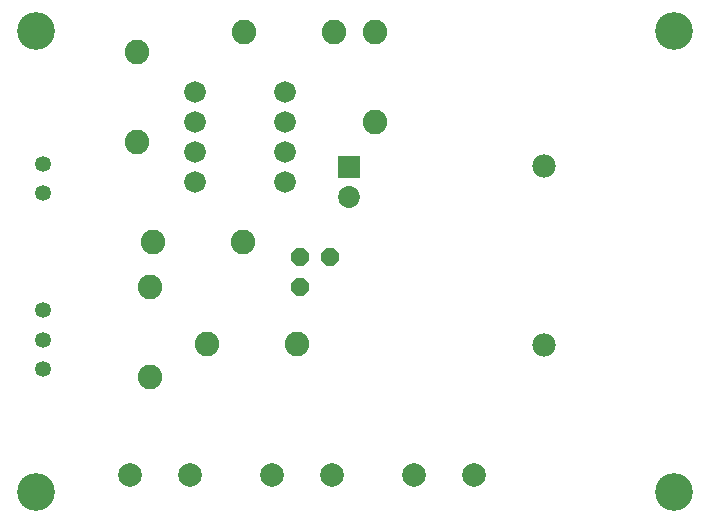
<source format=gbr>
G04 EAGLE Gerber RS-274X export*
G75*
%MOMM*%
%FSLAX34Y34*%
%LPD*%
%INSoldermask Bottom*%
%IPPOS*%
%AMOC8*
5,1,8,0,0,1.08239X$1,22.5*%
G01*
G04 Define Apertures*
%ADD10C,3.203200*%
%ADD11R,1.854200X1.854200*%
%ADD12C,1.854200*%
%ADD13C,1.828800*%
%ADD14C,1.351200*%
%ADD15P,1.64956X8X202.5*%
%ADD16C,2.082800*%
%ADD17C,1.981200*%
%ADD18C,2.003200*%
D10*
X570000Y420000D03*
X30000Y420000D03*
X30000Y30000D03*
X570000Y30000D03*
D11*
X294800Y304600D03*
D12*
X294800Y279600D03*
D13*
X165100Y368300D03*
X165100Y342900D03*
X241300Y342900D03*
X241300Y368300D03*
X165100Y317500D03*
X165100Y292100D03*
X241300Y317500D03*
X241300Y292100D03*
D14*
X36000Y133600D03*
X36000Y158600D03*
X36000Y183600D03*
X36000Y307500D03*
X36000Y282500D03*
D15*
X279400Y228600D03*
X254000Y228600D03*
X254000Y203200D03*
D16*
X205900Y419100D03*
X282100Y419100D03*
X317500Y342900D03*
X317500Y419100D03*
X115700Y402500D03*
X115700Y326300D03*
X127000Y203200D03*
X127000Y127000D03*
X128900Y241300D03*
X205100Y241300D03*
X175100Y155100D03*
X251300Y155100D03*
D17*
X460000Y306000D03*
X460000Y154000D03*
D18*
X110000Y44000D03*
X160800Y44000D03*
X230000Y44000D03*
X280800Y44000D03*
X350000Y44000D03*
X400800Y44000D03*
M02*

</source>
